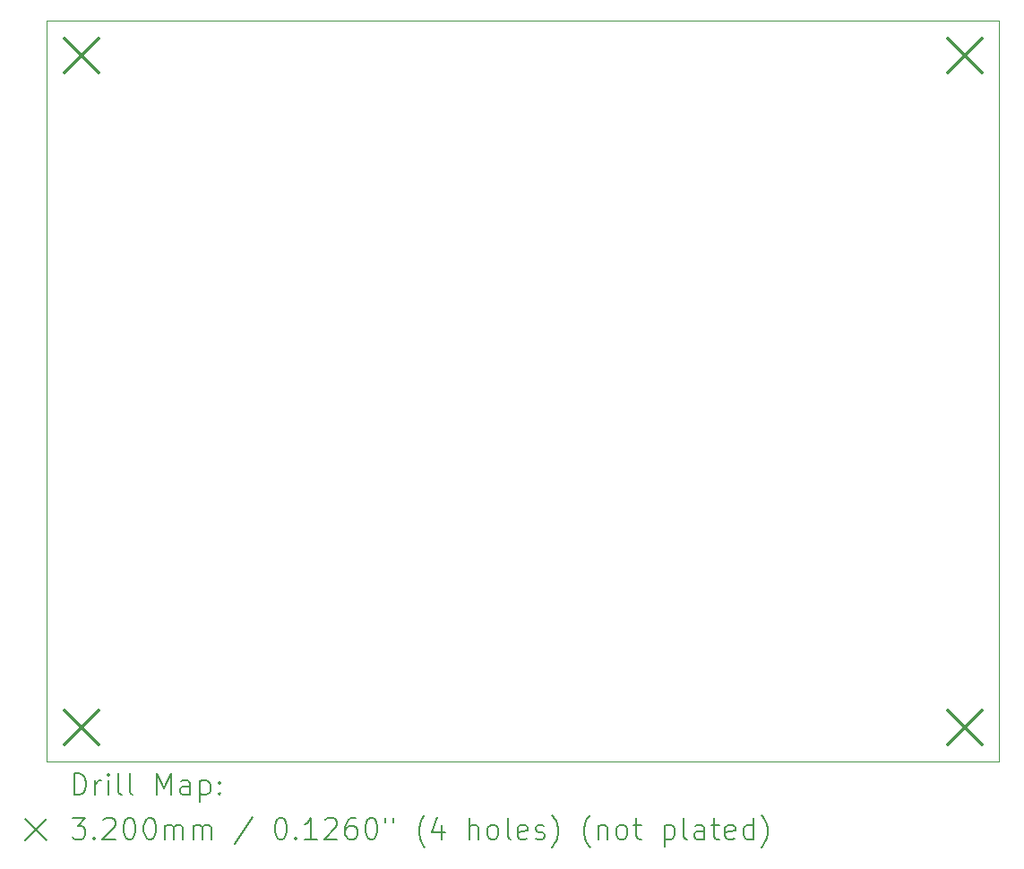
<source format=gbr>
%TF.GenerationSoftware,KiCad,Pcbnew,7.0.6*%
%TF.CreationDate,2023-08-29T13:31:32+02:00*%
%TF.ProjectId,ps2_mouse_to_serial_port_adapter_stand_alone,7073325f-6d6f-4757-9365-5f746f5f7365,rev?*%
%TF.SameCoordinates,Original*%
%TF.FileFunction,Drillmap*%
%TF.FilePolarity,Positive*%
%FSLAX45Y45*%
G04 Gerber Fmt 4.5, Leading zero omitted, Abs format (unit mm)*
G04 Created by KiCad (PCBNEW 7.0.6) date 2023-08-29 13:31:32*
%MOMM*%
%LPD*%
G01*
G04 APERTURE LIST*
%ADD10C,0.050000*%
%ADD11C,0.200000*%
%ADD12C,0.320000*%
G04 APERTURE END LIST*
D10*
X2286000Y-1397000D02*
X11286000Y-1397000D01*
X11286000Y-8397000D01*
X2286000Y-8397000D01*
X2286000Y-1397000D01*
D11*
D12*
X2451000Y-1562000D02*
X2771000Y-1882000D01*
X2771000Y-1562000D02*
X2451000Y-1882000D01*
X2451000Y-7912000D02*
X2771000Y-8232000D01*
X2771000Y-7912000D02*
X2451000Y-8232000D01*
X10801000Y-1562000D02*
X11121000Y-1882000D01*
X11121000Y-1562000D02*
X10801000Y-1882000D01*
X10801000Y-7912000D02*
X11121000Y-8232000D01*
X11121000Y-7912000D02*
X10801000Y-8232000D01*
D11*
X2544277Y-8710984D02*
X2544277Y-8510984D01*
X2544277Y-8510984D02*
X2591896Y-8510984D01*
X2591896Y-8510984D02*
X2620467Y-8520508D01*
X2620467Y-8520508D02*
X2639515Y-8539555D01*
X2639515Y-8539555D02*
X2649039Y-8558603D01*
X2649039Y-8558603D02*
X2658563Y-8596698D01*
X2658563Y-8596698D02*
X2658563Y-8625270D01*
X2658563Y-8625270D02*
X2649039Y-8663365D01*
X2649039Y-8663365D02*
X2639515Y-8682412D01*
X2639515Y-8682412D02*
X2620467Y-8701460D01*
X2620467Y-8701460D02*
X2591896Y-8710984D01*
X2591896Y-8710984D02*
X2544277Y-8710984D01*
X2744277Y-8710984D02*
X2744277Y-8577650D01*
X2744277Y-8615746D02*
X2753801Y-8596698D01*
X2753801Y-8596698D02*
X2763324Y-8587174D01*
X2763324Y-8587174D02*
X2782372Y-8577650D01*
X2782372Y-8577650D02*
X2801420Y-8577650D01*
X2868086Y-8710984D02*
X2868086Y-8577650D01*
X2868086Y-8510984D02*
X2858562Y-8520508D01*
X2858562Y-8520508D02*
X2868086Y-8530031D01*
X2868086Y-8530031D02*
X2877610Y-8520508D01*
X2877610Y-8520508D02*
X2868086Y-8510984D01*
X2868086Y-8510984D02*
X2868086Y-8530031D01*
X2991896Y-8710984D02*
X2972848Y-8701460D01*
X2972848Y-8701460D02*
X2963324Y-8682412D01*
X2963324Y-8682412D02*
X2963324Y-8510984D01*
X3096658Y-8710984D02*
X3077610Y-8701460D01*
X3077610Y-8701460D02*
X3068086Y-8682412D01*
X3068086Y-8682412D02*
X3068086Y-8510984D01*
X3325229Y-8710984D02*
X3325229Y-8510984D01*
X3325229Y-8510984D02*
X3391896Y-8653841D01*
X3391896Y-8653841D02*
X3458562Y-8510984D01*
X3458562Y-8510984D02*
X3458562Y-8710984D01*
X3639515Y-8710984D02*
X3639515Y-8606222D01*
X3639515Y-8606222D02*
X3629991Y-8587174D01*
X3629991Y-8587174D02*
X3610943Y-8577650D01*
X3610943Y-8577650D02*
X3572848Y-8577650D01*
X3572848Y-8577650D02*
X3553801Y-8587174D01*
X3639515Y-8701460D02*
X3620467Y-8710984D01*
X3620467Y-8710984D02*
X3572848Y-8710984D01*
X3572848Y-8710984D02*
X3553801Y-8701460D01*
X3553801Y-8701460D02*
X3544277Y-8682412D01*
X3544277Y-8682412D02*
X3544277Y-8663365D01*
X3544277Y-8663365D02*
X3553801Y-8644317D01*
X3553801Y-8644317D02*
X3572848Y-8634793D01*
X3572848Y-8634793D02*
X3620467Y-8634793D01*
X3620467Y-8634793D02*
X3639515Y-8625270D01*
X3734753Y-8577650D02*
X3734753Y-8777650D01*
X3734753Y-8587174D02*
X3753801Y-8577650D01*
X3753801Y-8577650D02*
X3791896Y-8577650D01*
X3791896Y-8577650D02*
X3810943Y-8587174D01*
X3810943Y-8587174D02*
X3820467Y-8596698D01*
X3820467Y-8596698D02*
X3829991Y-8615746D01*
X3829991Y-8615746D02*
X3829991Y-8672889D01*
X3829991Y-8672889D02*
X3820467Y-8691936D01*
X3820467Y-8691936D02*
X3810943Y-8701460D01*
X3810943Y-8701460D02*
X3791896Y-8710984D01*
X3791896Y-8710984D02*
X3753801Y-8710984D01*
X3753801Y-8710984D02*
X3734753Y-8701460D01*
X3915705Y-8691936D02*
X3925229Y-8701460D01*
X3925229Y-8701460D02*
X3915705Y-8710984D01*
X3915705Y-8710984D02*
X3906182Y-8701460D01*
X3906182Y-8701460D02*
X3915705Y-8691936D01*
X3915705Y-8691936D02*
X3915705Y-8710984D01*
X3915705Y-8587174D02*
X3925229Y-8596698D01*
X3925229Y-8596698D02*
X3915705Y-8606222D01*
X3915705Y-8606222D02*
X3906182Y-8596698D01*
X3906182Y-8596698D02*
X3915705Y-8587174D01*
X3915705Y-8587174D02*
X3915705Y-8606222D01*
X2083500Y-8939500D02*
X2283500Y-9139500D01*
X2283500Y-8939500D02*
X2083500Y-9139500D01*
X2525229Y-8930984D02*
X2649039Y-8930984D01*
X2649039Y-8930984D02*
X2582372Y-9007174D01*
X2582372Y-9007174D02*
X2610944Y-9007174D01*
X2610944Y-9007174D02*
X2629991Y-9016698D01*
X2629991Y-9016698D02*
X2639515Y-9026222D01*
X2639515Y-9026222D02*
X2649039Y-9045270D01*
X2649039Y-9045270D02*
X2649039Y-9092889D01*
X2649039Y-9092889D02*
X2639515Y-9111936D01*
X2639515Y-9111936D02*
X2629991Y-9121460D01*
X2629991Y-9121460D02*
X2610944Y-9130984D01*
X2610944Y-9130984D02*
X2553801Y-9130984D01*
X2553801Y-9130984D02*
X2534753Y-9121460D01*
X2534753Y-9121460D02*
X2525229Y-9111936D01*
X2734753Y-9111936D02*
X2744277Y-9121460D01*
X2744277Y-9121460D02*
X2734753Y-9130984D01*
X2734753Y-9130984D02*
X2725229Y-9121460D01*
X2725229Y-9121460D02*
X2734753Y-9111936D01*
X2734753Y-9111936D02*
X2734753Y-9130984D01*
X2820467Y-8950031D02*
X2829991Y-8940508D01*
X2829991Y-8940508D02*
X2849039Y-8930984D01*
X2849039Y-8930984D02*
X2896658Y-8930984D01*
X2896658Y-8930984D02*
X2915705Y-8940508D01*
X2915705Y-8940508D02*
X2925229Y-8950031D01*
X2925229Y-8950031D02*
X2934753Y-8969079D01*
X2934753Y-8969079D02*
X2934753Y-8988127D01*
X2934753Y-8988127D02*
X2925229Y-9016698D01*
X2925229Y-9016698D02*
X2810943Y-9130984D01*
X2810943Y-9130984D02*
X2934753Y-9130984D01*
X3058562Y-8930984D02*
X3077610Y-8930984D01*
X3077610Y-8930984D02*
X3096658Y-8940508D01*
X3096658Y-8940508D02*
X3106182Y-8950031D01*
X3106182Y-8950031D02*
X3115705Y-8969079D01*
X3115705Y-8969079D02*
X3125229Y-9007174D01*
X3125229Y-9007174D02*
X3125229Y-9054793D01*
X3125229Y-9054793D02*
X3115705Y-9092889D01*
X3115705Y-9092889D02*
X3106182Y-9111936D01*
X3106182Y-9111936D02*
X3096658Y-9121460D01*
X3096658Y-9121460D02*
X3077610Y-9130984D01*
X3077610Y-9130984D02*
X3058562Y-9130984D01*
X3058562Y-9130984D02*
X3039515Y-9121460D01*
X3039515Y-9121460D02*
X3029991Y-9111936D01*
X3029991Y-9111936D02*
X3020467Y-9092889D01*
X3020467Y-9092889D02*
X3010943Y-9054793D01*
X3010943Y-9054793D02*
X3010943Y-9007174D01*
X3010943Y-9007174D02*
X3020467Y-8969079D01*
X3020467Y-8969079D02*
X3029991Y-8950031D01*
X3029991Y-8950031D02*
X3039515Y-8940508D01*
X3039515Y-8940508D02*
X3058562Y-8930984D01*
X3249039Y-8930984D02*
X3268086Y-8930984D01*
X3268086Y-8930984D02*
X3287134Y-8940508D01*
X3287134Y-8940508D02*
X3296658Y-8950031D01*
X3296658Y-8950031D02*
X3306182Y-8969079D01*
X3306182Y-8969079D02*
X3315705Y-9007174D01*
X3315705Y-9007174D02*
X3315705Y-9054793D01*
X3315705Y-9054793D02*
X3306182Y-9092889D01*
X3306182Y-9092889D02*
X3296658Y-9111936D01*
X3296658Y-9111936D02*
X3287134Y-9121460D01*
X3287134Y-9121460D02*
X3268086Y-9130984D01*
X3268086Y-9130984D02*
X3249039Y-9130984D01*
X3249039Y-9130984D02*
X3229991Y-9121460D01*
X3229991Y-9121460D02*
X3220467Y-9111936D01*
X3220467Y-9111936D02*
X3210943Y-9092889D01*
X3210943Y-9092889D02*
X3201420Y-9054793D01*
X3201420Y-9054793D02*
X3201420Y-9007174D01*
X3201420Y-9007174D02*
X3210943Y-8969079D01*
X3210943Y-8969079D02*
X3220467Y-8950031D01*
X3220467Y-8950031D02*
X3229991Y-8940508D01*
X3229991Y-8940508D02*
X3249039Y-8930984D01*
X3401420Y-9130984D02*
X3401420Y-8997650D01*
X3401420Y-9016698D02*
X3410943Y-9007174D01*
X3410943Y-9007174D02*
X3429991Y-8997650D01*
X3429991Y-8997650D02*
X3458563Y-8997650D01*
X3458563Y-8997650D02*
X3477610Y-9007174D01*
X3477610Y-9007174D02*
X3487134Y-9026222D01*
X3487134Y-9026222D02*
X3487134Y-9130984D01*
X3487134Y-9026222D02*
X3496658Y-9007174D01*
X3496658Y-9007174D02*
X3515705Y-8997650D01*
X3515705Y-8997650D02*
X3544277Y-8997650D01*
X3544277Y-8997650D02*
X3563324Y-9007174D01*
X3563324Y-9007174D02*
X3572848Y-9026222D01*
X3572848Y-9026222D02*
X3572848Y-9130984D01*
X3668086Y-9130984D02*
X3668086Y-8997650D01*
X3668086Y-9016698D02*
X3677610Y-9007174D01*
X3677610Y-9007174D02*
X3696658Y-8997650D01*
X3696658Y-8997650D02*
X3725229Y-8997650D01*
X3725229Y-8997650D02*
X3744277Y-9007174D01*
X3744277Y-9007174D02*
X3753801Y-9026222D01*
X3753801Y-9026222D02*
X3753801Y-9130984D01*
X3753801Y-9026222D02*
X3763324Y-9007174D01*
X3763324Y-9007174D02*
X3782372Y-8997650D01*
X3782372Y-8997650D02*
X3810943Y-8997650D01*
X3810943Y-8997650D02*
X3829991Y-9007174D01*
X3829991Y-9007174D02*
X3839515Y-9026222D01*
X3839515Y-9026222D02*
X3839515Y-9130984D01*
X4229991Y-8921460D02*
X4058563Y-9178603D01*
X4487134Y-8930984D02*
X4506182Y-8930984D01*
X4506182Y-8930984D02*
X4525229Y-8940508D01*
X4525229Y-8940508D02*
X4534753Y-8950031D01*
X4534753Y-8950031D02*
X4544277Y-8969079D01*
X4544277Y-8969079D02*
X4553801Y-9007174D01*
X4553801Y-9007174D02*
X4553801Y-9054793D01*
X4553801Y-9054793D02*
X4544277Y-9092889D01*
X4544277Y-9092889D02*
X4534753Y-9111936D01*
X4534753Y-9111936D02*
X4525229Y-9121460D01*
X4525229Y-9121460D02*
X4506182Y-9130984D01*
X4506182Y-9130984D02*
X4487134Y-9130984D01*
X4487134Y-9130984D02*
X4468087Y-9121460D01*
X4468087Y-9121460D02*
X4458563Y-9111936D01*
X4458563Y-9111936D02*
X4449039Y-9092889D01*
X4449039Y-9092889D02*
X4439515Y-9054793D01*
X4439515Y-9054793D02*
X4439515Y-9007174D01*
X4439515Y-9007174D02*
X4449039Y-8969079D01*
X4449039Y-8969079D02*
X4458563Y-8950031D01*
X4458563Y-8950031D02*
X4468087Y-8940508D01*
X4468087Y-8940508D02*
X4487134Y-8930984D01*
X4639515Y-9111936D02*
X4649039Y-9121460D01*
X4649039Y-9121460D02*
X4639515Y-9130984D01*
X4639515Y-9130984D02*
X4629991Y-9121460D01*
X4629991Y-9121460D02*
X4639515Y-9111936D01*
X4639515Y-9111936D02*
X4639515Y-9130984D01*
X4839515Y-9130984D02*
X4725229Y-9130984D01*
X4782372Y-9130984D02*
X4782372Y-8930984D01*
X4782372Y-8930984D02*
X4763325Y-8959555D01*
X4763325Y-8959555D02*
X4744277Y-8978603D01*
X4744277Y-8978603D02*
X4725229Y-8988127D01*
X4915706Y-8950031D02*
X4925229Y-8940508D01*
X4925229Y-8940508D02*
X4944277Y-8930984D01*
X4944277Y-8930984D02*
X4991896Y-8930984D01*
X4991896Y-8930984D02*
X5010944Y-8940508D01*
X5010944Y-8940508D02*
X5020468Y-8950031D01*
X5020468Y-8950031D02*
X5029991Y-8969079D01*
X5029991Y-8969079D02*
X5029991Y-8988127D01*
X5029991Y-8988127D02*
X5020468Y-9016698D01*
X5020468Y-9016698D02*
X4906182Y-9130984D01*
X4906182Y-9130984D02*
X5029991Y-9130984D01*
X5201420Y-8930984D02*
X5163325Y-8930984D01*
X5163325Y-8930984D02*
X5144277Y-8940508D01*
X5144277Y-8940508D02*
X5134753Y-8950031D01*
X5134753Y-8950031D02*
X5115706Y-8978603D01*
X5115706Y-8978603D02*
X5106182Y-9016698D01*
X5106182Y-9016698D02*
X5106182Y-9092889D01*
X5106182Y-9092889D02*
X5115706Y-9111936D01*
X5115706Y-9111936D02*
X5125229Y-9121460D01*
X5125229Y-9121460D02*
X5144277Y-9130984D01*
X5144277Y-9130984D02*
X5182372Y-9130984D01*
X5182372Y-9130984D02*
X5201420Y-9121460D01*
X5201420Y-9121460D02*
X5210944Y-9111936D01*
X5210944Y-9111936D02*
X5220468Y-9092889D01*
X5220468Y-9092889D02*
X5220468Y-9045270D01*
X5220468Y-9045270D02*
X5210944Y-9026222D01*
X5210944Y-9026222D02*
X5201420Y-9016698D01*
X5201420Y-9016698D02*
X5182372Y-9007174D01*
X5182372Y-9007174D02*
X5144277Y-9007174D01*
X5144277Y-9007174D02*
X5125229Y-9016698D01*
X5125229Y-9016698D02*
X5115706Y-9026222D01*
X5115706Y-9026222D02*
X5106182Y-9045270D01*
X5344277Y-8930984D02*
X5363325Y-8930984D01*
X5363325Y-8930984D02*
X5382372Y-8940508D01*
X5382372Y-8940508D02*
X5391896Y-8950031D01*
X5391896Y-8950031D02*
X5401420Y-8969079D01*
X5401420Y-8969079D02*
X5410944Y-9007174D01*
X5410944Y-9007174D02*
X5410944Y-9054793D01*
X5410944Y-9054793D02*
X5401420Y-9092889D01*
X5401420Y-9092889D02*
X5391896Y-9111936D01*
X5391896Y-9111936D02*
X5382372Y-9121460D01*
X5382372Y-9121460D02*
X5363325Y-9130984D01*
X5363325Y-9130984D02*
X5344277Y-9130984D01*
X5344277Y-9130984D02*
X5325229Y-9121460D01*
X5325229Y-9121460D02*
X5315706Y-9111936D01*
X5315706Y-9111936D02*
X5306182Y-9092889D01*
X5306182Y-9092889D02*
X5296658Y-9054793D01*
X5296658Y-9054793D02*
X5296658Y-9007174D01*
X5296658Y-9007174D02*
X5306182Y-8969079D01*
X5306182Y-8969079D02*
X5315706Y-8950031D01*
X5315706Y-8950031D02*
X5325229Y-8940508D01*
X5325229Y-8940508D02*
X5344277Y-8930984D01*
X5487134Y-8930984D02*
X5487134Y-8969079D01*
X5563325Y-8930984D02*
X5563325Y-8969079D01*
X5858563Y-9207174D02*
X5849039Y-9197650D01*
X5849039Y-9197650D02*
X5829991Y-9169079D01*
X5829991Y-9169079D02*
X5820468Y-9150031D01*
X5820468Y-9150031D02*
X5810944Y-9121460D01*
X5810944Y-9121460D02*
X5801420Y-9073841D01*
X5801420Y-9073841D02*
X5801420Y-9035746D01*
X5801420Y-9035746D02*
X5810944Y-8988127D01*
X5810944Y-8988127D02*
X5820468Y-8959555D01*
X5820468Y-8959555D02*
X5829991Y-8940508D01*
X5829991Y-8940508D02*
X5849039Y-8911936D01*
X5849039Y-8911936D02*
X5858563Y-8902412D01*
X6020468Y-8997650D02*
X6020468Y-9130984D01*
X5972848Y-8921460D02*
X5925229Y-9064317D01*
X5925229Y-9064317D02*
X6049039Y-9064317D01*
X6277610Y-9130984D02*
X6277610Y-8930984D01*
X6363325Y-9130984D02*
X6363325Y-9026222D01*
X6363325Y-9026222D02*
X6353801Y-9007174D01*
X6353801Y-9007174D02*
X6334753Y-8997650D01*
X6334753Y-8997650D02*
X6306182Y-8997650D01*
X6306182Y-8997650D02*
X6287134Y-9007174D01*
X6287134Y-9007174D02*
X6277610Y-9016698D01*
X6487134Y-9130984D02*
X6468087Y-9121460D01*
X6468087Y-9121460D02*
X6458563Y-9111936D01*
X6458563Y-9111936D02*
X6449039Y-9092889D01*
X6449039Y-9092889D02*
X6449039Y-9035746D01*
X6449039Y-9035746D02*
X6458563Y-9016698D01*
X6458563Y-9016698D02*
X6468087Y-9007174D01*
X6468087Y-9007174D02*
X6487134Y-8997650D01*
X6487134Y-8997650D02*
X6515706Y-8997650D01*
X6515706Y-8997650D02*
X6534753Y-9007174D01*
X6534753Y-9007174D02*
X6544277Y-9016698D01*
X6544277Y-9016698D02*
X6553801Y-9035746D01*
X6553801Y-9035746D02*
X6553801Y-9092889D01*
X6553801Y-9092889D02*
X6544277Y-9111936D01*
X6544277Y-9111936D02*
X6534753Y-9121460D01*
X6534753Y-9121460D02*
X6515706Y-9130984D01*
X6515706Y-9130984D02*
X6487134Y-9130984D01*
X6668087Y-9130984D02*
X6649039Y-9121460D01*
X6649039Y-9121460D02*
X6639515Y-9102412D01*
X6639515Y-9102412D02*
X6639515Y-8930984D01*
X6820468Y-9121460D02*
X6801420Y-9130984D01*
X6801420Y-9130984D02*
X6763325Y-9130984D01*
X6763325Y-9130984D02*
X6744277Y-9121460D01*
X6744277Y-9121460D02*
X6734753Y-9102412D01*
X6734753Y-9102412D02*
X6734753Y-9026222D01*
X6734753Y-9026222D02*
X6744277Y-9007174D01*
X6744277Y-9007174D02*
X6763325Y-8997650D01*
X6763325Y-8997650D02*
X6801420Y-8997650D01*
X6801420Y-8997650D02*
X6820468Y-9007174D01*
X6820468Y-9007174D02*
X6829991Y-9026222D01*
X6829991Y-9026222D02*
X6829991Y-9045270D01*
X6829991Y-9045270D02*
X6734753Y-9064317D01*
X6906182Y-9121460D02*
X6925230Y-9130984D01*
X6925230Y-9130984D02*
X6963325Y-9130984D01*
X6963325Y-9130984D02*
X6982372Y-9121460D01*
X6982372Y-9121460D02*
X6991896Y-9102412D01*
X6991896Y-9102412D02*
X6991896Y-9092889D01*
X6991896Y-9092889D02*
X6982372Y-9073841D01*
X6982372Y-9073841D02*
X6963325Y-9064317D01*
X6963325Y-9064317D02*
X6934753Y-9064317D01*
X6934753Y-9064317D02*
X6915706Y-9054793D01*
X6915706Y-9054793D02*
X6906182Y-9035746D01*
X6906182Y-9035746D02*
X6906182Y-9026222D01*
X6906182Y-9026222D02*
X6915706Y-9007174D01*
X6915706Y-9007174D02*
X6934753Y-8997650D01*
X6934753Y-8997650D02*
X6963325Y-8997650D01*
X6963325Y-8997650D02*
X6982372Y-9007174D01*
X7058563Y-9207174D02*
X7068087Y-9197650D01*
X7068087Y-9197650D02*
X7087134Y-9169079D01*
X7087134Y-9169079D02*
X7096658Y-9150031D01*
X7096658Y-9150031D02*
X7106182Y-9121460D01*
X7106182Y-9121460D02*
X7115706Y-9073841D01*
X7115706Y-9073841D02*
X7115706Y-9035746D01*
X7115706Y-9035746D02*
X7106182Y-8988127D01*
X7106182Y-8988127D02*
X7096658Y-8959555D01*
X7096658Y-8959555D02*
X7087134Y-8940508D01*
X7087134Y-8940508D02*
X7068087Y-8911936D01*
X7068087Y-8911936D02*
X7058563Y-8902412D01*
X7420468Y-9207174D02*
X7410944Y-9197650D01*
X7410944Y-9197650D02*
X7391896Y-9169079D01*
X7391896Y-9169079D02*
X7382372Y-9150031D01*
X7382372Y-9150031D02*
X7372849Y-9121460D01*
X7372849Y-9121460D02*
X7363325Y-9073841D01*
X7363325Y-9073841D02*
X7363325Y-9035746D01*
X7363325Y-9035746D02*
X7372849Y-8988127D01*
X7372849Y-8988127D02*
X7382372Y-8959555D01*
X7382372Y-8959555D02*
X7391896Y-8940508D01*
X7391896Y-8940508D02*
X7410944Y-8911936D01*
X7410944Y-8911936D02*
X7420468Y-8902412D01*
X7496658Y-8997650D02*
X7496658Y-9130984D01*
X7496658Y-9016698D02*
X7506182Y-9007174D01*
X7506182Y-9007174D02*
X7525230Y-8997650D01*
X7525230Y-8997650D02*
X7553801Y-8997650D01*
X7553801Y-8997650D02*
X7572849Y-9007174D01*
X7572849Y-9007174D02*
X7582372Y-9026222D01*
X7582372Y-9026222D02*
X7582372Y-9130984D01*
X7706182Y-9130984D02*
X7687134Y-9121460D01*
X7687134Y-9121460D02*
X7677611Y-9111936D01*
X7677611Y-9111936D02*
X7668087Y-9092889D01*
X7668087Y-9092889D02*
X7668087Y-9035746D01*
X7668087Y-9035746D02*
X7677611Y-9016698D01*
X7677611Y-9016698D02*
X7687134Y-9007174D01*
X7687134Y-9007174D02*
X7706182Y-8997650D01*
X7706182Y-8997650D02*
X7734753Y-8997650D01*
X7734753Y-8997650D02*
X7753801Y-9007174D01*
X7753801Y-9007174D02*
X7763325Y-9016698D01*
X7763325Y-9016698D02*
X7772849Y-9035746D01*
X7772849Y-9035746D02*
X7772849Y-9092889D01*
X7772849Y-9092889D02*
X7763325Y-9111936D01*
X7763325Y-9111936D02*
X7753801Y-9121460D01*
X7753801Y-9121460D02*
X7734753Y-9130984D01*
X7734753Y-9130984D02*
X7706182Y-9130984D01*
X7829992Y-8997650D02*
X7906182Y-8997650D01*
X7858563Y-8930984D02*
X7858563Y-9102412D01*
X7858563Y-9102412D02*
X7868087Y-9121460D01*
X7868087Y-9121460D02*
X7887134Y-9130984D01*
X7887134Y-9130984D02*
X7906182Y-9130984D01*
X8125230Y-8997650D02*
X8125230Y-9197650D01*
X8125230Y-9007174D02*
X8144277Y-8997650D01*
X8144277Y-8997650D02*
X8182373Y-8997650D01*
X8182373Y-8997650D02*
X8201420Y-9007174D01*
X8201420Y-9007174D02*
X8210944Y-9016698D01*
X8210944Y-9016698D02*
X8220468Y-9035746D01*
X8220468Y-9035746D02*
X8220468Y-9092889D01*
X8220468Y-9092889D02*
X8210944Y-9111936D01*
X8210944Y-9111936D02*
X8201420Y-9121460D01*
X8201420Y-9121460D02*
X8182373Y-9130984D01*
X8182373Y-9130984D02*
X8144277Y-9130984D01*
X8144277Y-9130984D02*
X8125230Y-9121460D01*
X8334753Y-9130984D02*
X8315706Y-9121460D01*
X8315706Y-9121460D02*
X8306182Y-9102412D01*
X8306182Y-9102412D02*
X8306182Y-8930984D01*
X8496658Y-9130984D02*
X8496658Y-9026222D01*
X8496658Y-9026222D02*
X8487135Y-9007174D01*
X8487135Y-9007174D02*
X8468087Y-8997650D01*
X8468087Y-8997650D02*
X8429992Y-8997650D01*
X8429992Y-8997650D02*
X8410944Y-9007174D01*
X8496658Y-9121460D02*
X8477611Y-9130984D01*
X8477611Y-9130984D02*
X8429992Y-9130984D01*
X8429992Y-9130984D02*
X8410944Y-9121460D01*
X8410944Y-9121460D02*
X8401420Y-9102412D01*
X8401420Y-9102412D02*
X8401420Y-9083365D01*
X8401420Y-9083365D02*
X8410944Y-9064317D01*
X8410944Y-9064317D02*
X8429992Y-9054793D01*
X8429992Y-9054793D02*
X8477611Y-9054793D01*
X8477611Y-9054793D02*
X8496658Y-9045270D01*
X8563325Y-8997650D02*
X8639515Y-8997650D01*
X8591896Y-8930984D02*
X8591896Y-9102412D01*
X8591896Y-9102412D02*
X8601420Y-9121460D01*
X8601420Y-9121460D02*
X8620468Y-9130984D01*
X8620468Y-9130984D02*
X8639515Y-9130984D01*
X8782373Y-9121460D02*
X8763325Y-9130984D01*
X8763325Y-9130984D02*
X8725230Y-9130984D01*
X8725230Y-9130984D02*
X8706182Y-9121460D01*
X8706182Y-9121460D02*
X8696658Y-9102412D01*
X8696658Y-9102412D02*
X8696658Y-9026222D01*
X8696658Y-9026222D02*
X8706182Y-9007174D01*
X8706182Y-9007174D02*
X8725230Y-8997650D01*
X8725230Y-8997650D02*
X8763325Y-8997650D01*
X8763325Y-8997650D02*
X8782373Y-9007174D01*
X8782373Y-9007174D02*
X8791896Y-9026222D01*
X8791896Y-9026222D02*
X8791896Y-9045270D01*
X8791896Y-9045270D02*
X8696658Y-9064317D01*
X8963325Y-9130984D02*
X8963325Y-8930984D01*
X8963325Y-9121460D02*
X8944277Y-9130984D01*
X8944277Y-9130984D02*
X8906182Y-9130984D01*
X8906182Y-9130984D02*
X8887135Y-9121460D01*
X8887135Y-9121460D02*
X8877611Y-9111936D01*
X8877611Y-9111936D02*
X8868087Y-9092889D01*
X8868087Y-9092889D02*
X8868087Y-9035746D01*
X8868087Y-9035746D02*
X8877611Y-9016698D01*
X8877611Y-9016698D02*
X8887135Y-9007174D01*
X8887135Y-9007174D02*
X8906182Y-8997650D01*
X8906182Y-8997650D02*
X8944277Y-8997650D01*
X8944277Y-8997650D02*
X8963325Y-9007174D01*
X9039516Y-9207174D02*
X9049039Y-9197650D01*
X9049039Y-9197650D02*
X9068087Y-9169079D01*
X9068087Y-9169079D02*
X9077611Y-9150031D01*
X9077611Y-9150031D02*
X9087135Y-9121460D01*
X9087135Y-9121460D02*
X9096658Y-9073841D01*
X9096658Y-9073841D02*
X9096658Y-9035746D01*
X9096658Y-9035746D02*
X9087135Y-8988127D01*
X9087135Y-8988127D02*
X9077611Y-8959555D01*
X9077611Y-8959555D02*
X9068087Y-8940508D01*
X9068087Y-8940508D02*
X9049039Y-8911936D01*
X9049039Y-8911936D02*
X9039516Y-8902412D01*
M02*

</source>
